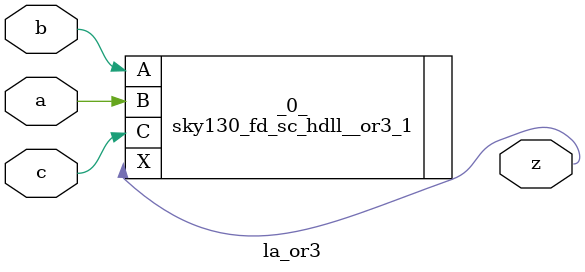
<source format=v>

/* Generated by Yosys 0.37 (git sha1 a5c7f69ed, clang 14.0.0-1ubuntu1.1 -fPIC -Os) */

module la_or3(a, b, c, z);
  input a;
  wire a;
  input b;
  wire b;
  input c;
  wire c;
  output z;
  wire z;
  sky130_fd_sc_hdll__or3_1 _0_ (
    .A(b),
    .B(a),
    .C(c),
    .X(z)
  );
endmodule

</source>
